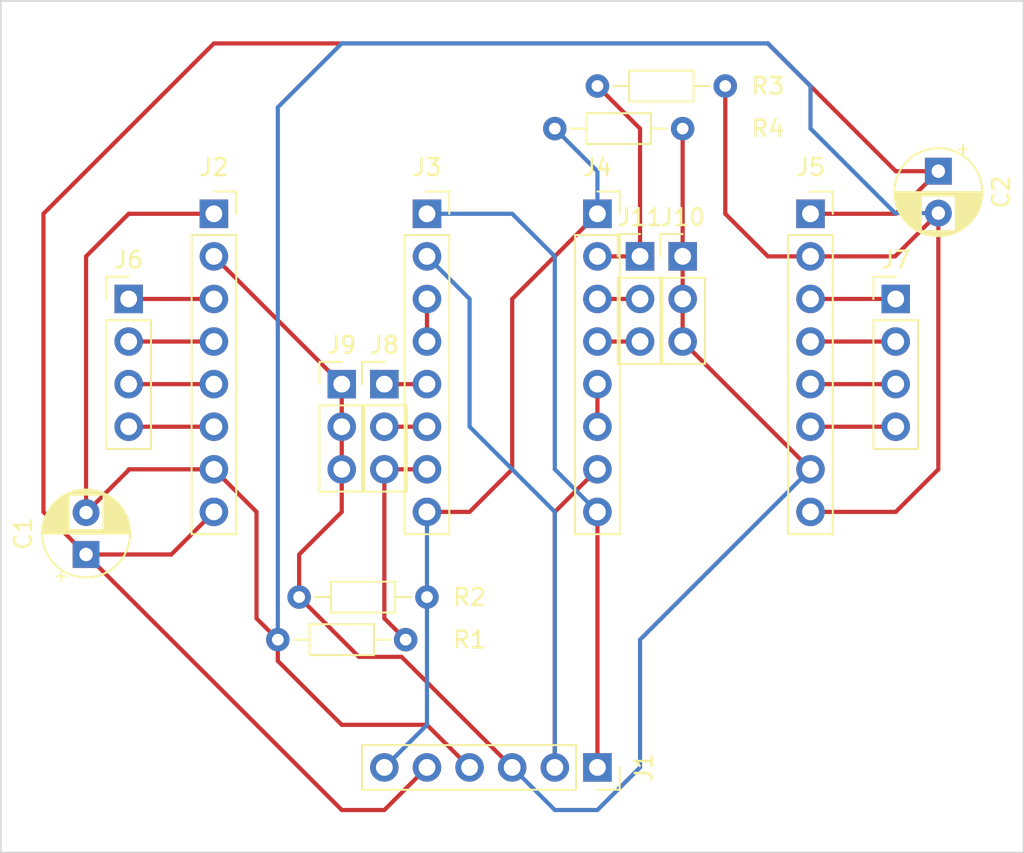
<source format=kicad_pcb>
(kicad_pcb (version 20211014) (generator pcbnew)
  (layers (0 "F.Cu" signal) (31 "B.Cu" signal) (34 "B.Paste" user) (35 "F.Paste" user) (36 "B.SilkS" user "B.Silkscreen") (37 "F.SilkS" user "F.Silkscreen") (38 "B.Mask" user) (39 "F.Mask" user) (44 "Edge.Cuts" user))
  (net 0 "")
  (net 1 "12V")
  (net 2 "GND")
  (net 3 "DIR")
  (net 4 "STEP")
  (net 5 "3.3V")
  (net 6 "ENABLE")
  (net 7 "Net-(J2-Pad3)")
  (net 8 "Net-(J2-Pad4)")
  (net 9 "Net-(J2-Pad5)")
  (net 10 "Net-(J2-Pad6)")
  (net 11 "Net-(J3-Pad3)")
  (net 12 "Net-(J3-Pad5)")
  (net 13 "Net-(J3-Pad6)")
  (net 14 "Net-(J8-Pad3)")
  (net 15 "Net-(R3-Pad2)")
  (net 16 "Net-(J11-Pad2)")
  (net 17 "Net-(J11-Pad3)")
  (net 18 "Net-(J4-Pad5)")
  (net 19 "Net-(J5-Pad3)")
  (net 20 "Net-(J5-Pad4)")
  (net 21 "Net-(J5-Pad5)")
  (net 22 "Net-(J5-Pad6)")
  (footprint "Connector_PinSocket_2.54mm:PinSocket_1x08_P2.54mm_Vertical" (layer "F.Cu") (at 129.54 99.06)
    (fp_text reference "J3" (at 0 -2.77) (layer "F.SilkS"))
    (fp_text value "Conn_01x08")
    (fp_line (start 0 -1.33) (end 1.33 -1.33) (layer "F.SilkS") (width 0.12))
    (fp_line (start -1.33 19.11) (end 1.33 19.11) (layer "F.SilkS") (width 0.12))
    (fp_line (start -1.33 1.27) (end 1.33 1.27) (layer "F.SilkS") (width 0.12))
    (fp_line (start -1.33 1.27) (end -1.33 19.11) (layer "F.SilkS") (width 0.12))
    (fp_line (start 1.33 1.27) (end 1.33 19.11) (layer "F.SilkS") (width 0.12))
    (fp_line (start 1.33 -1.33) (end 1.33 0) (layer "F.SilkS") (width 0.12))
    (pad "1" thru_hole rect (at 0 0) (size 1.7 1.7) (drill 1) (layers *.Cu *.Mask) (net 3 "DIR"))
    (pad "2" thru_hole oval (at 0 2.54) (size 1.7 1.7) (drill 1) (layers *.Cu *.Mask) (net 4 "STEP"))
    (pad "3" thru_hole oval (at 0 5.08) (size 1.7 1.7) (drill 1) (layers *.Cu *.Mask) (net 11 "Net-(J3-Pad3)"))
    (pad "4" thru_hole oval (at 0 7.62) (size 1.7 1.7) (drill 1) (layers *.Cu *.Mask) (net 11 "Net-(J3-Pad3)"))
    (pad "5" thru_hole oval (at 0 10.16) (size 1.7 1.7) (drill 1) (layers *.Cu *.Mask) (net 12 "Net-(J3-Pad5)"))
    (pad "6" thru_hole oval (at 0 12.7) (size 1.7 1.7) (drill 1) (layers *.Cu *.Mask) (net 13 "Net-(J3-Pad6)"))
    (pad "7" thru_hole oval (at 0 15.24) (size 1.7 1.7) (drill 1) (layers *.Cu *.Mask) (net 14 "Net-(J8-Pad3)"))
    (pad "8" thru_hole oval (at 0 17.78) (size 1.7 1.7) (drill 1) (layers *.Cu *.Mask) (net 6 "ENABLE"))
  )
  (footprint "Connector_PinHeader_2.54mm:PinHeader_1x03_P2.54mm_Vertical" (layer "F.Cu") (at 144.78 101.6)
    (fp_text reference "J10" (at 0 -2.33) (layer "F.SilkS"))
    (fp_text value "Conn_01x03")
    (fp_line (start -1.33 1.27) (end 1.33 1.27) (layer "F.SilkS") (width 0.12))
    (fp_line (start -1.33 0) (end -1.33 -1.33) (layer "F.SilkS") (width 0.12))
    (fp_line (start -1.33 -1.33) (end 0 -1.33) (layer "F.SilkS") (width 0.12))
    (fp_line (start -1.33 6.41) (end 1.33 6.41) (layer "F.SilkS") (width 0.12))
    (fp_line (start -1.33 1.27) (end -1.33 6.41) (layer "F.SilkS") (width 0.12))
    (fp_line (start 1.33 1.27) (end 1.33 6.41) (layer "F.SilkS") (width 0.12))
    (pad "1" thru_hole rect (at 0 0) (size 1.7 1.7) (drill 1) (layers *.Cu *.Mask) (net 5 "3.3V"))
    (pad "2" thru_hole oval (at 0 2.54) (size 1.7 1.7) (drill 1) (layers *.Cu *.Mask) (net 5 "3.3V"))
    (pad "3" thru_hole oval (at 0 5.08) (size 1.7 1.7) (drill 1) (layers *.Cu *.Mask) (net 5 "3.3V"))
  )
  (footprint "Resistor_THT:R_Axial_DIN0204_L3.6mm_D1.6mm_P7.62mm_Horizontal" (layer "F.Cu") (at 128.27 124.46 180)
    (fp_text reference "R1" (at -3.81 0 180) (layer "F.SilkS"))
    (fp_text value "100k")
    (fp_line (start 6.68 0) (end 5.73 0) (layer "F.SilkS") (width 0.12))
    (fp_line (start 5.73 -0.92) (end 1.89 -0.92) (layer "F.SilkS") (width 0.12))
    (fp_line (start 1.89 -0.92) (end 1.89 0.92) (layer "F.SilkS") (width 0.12))
    (fp_line (start 1.89 0.92) (end 5.73 0.92) (layer "F.SilkS") (width 0.12))
    (fp_line (start 5.73 0.92) (end 5.73 -0.92) (layer "F.SilkS") (width 0.12))
    (fp_line (start 0.94 0) (end 1.89 0) (layer "F.SilkS") (width 0.12))
    (pad "1" thru_hole circle (at 0 0 180) (size 1.4 1.4) (drill 0.7) (layers *.Cu *.Mask) (net 14 "Net-(J8-Pad3)"))
    (pad "2" thru_hole oval (at 7.62 0 180) (size 1.4 1.4) (drill 0.7) (layers *.Cu *.Mask) (net 2 "GND"))
  )
  (footprint "Connector_PinSocket_2.54mm:PinSocket_1x06_P2.54mm_Vertical" (layer "F.Cu") (at 139.7 132.08 -90)
    (fp_text reference "J1" (at 0 -2.77 90) (layer "F.SilkS"))
    (fp_text value "Conn_01x06")
    (fp_line (start -1.33 1.27) (end 1.33 1.27) (layer "F.SilkS") (width 0.12))
    (fp_line (start 0 -1.33) (end 1.33 -1.33) (layer "F.SilkS") (width 0.12))
    (fp_line (start -1.33 1.27) (end -1.33 14.03) (layer "F.SilkS") (width 0.12))
    (fp_line (start -1.33 14.03) (end 1.33 14.03) (layer "F.SilkS") (width 0.12))
    (fp_line (start 1.33 1.27) (end 1.33 14.03) (layer "F.SilkS") (width 0.12))
    (fp_line (start 1.33 -1.33) (end 1.33 0) (layer "F.SilkS") (width 0.12))
    (pad "1" thru_hole rect (at 0 0 270) (size 1.7 1.7) (drill 1) (layers *.Cu *.Mask) (net 3 "DIR"))
    (pad "2" thru_hole oval (at 0 2.54 270) (size 1.7 1.7) (drill 1) (layers *.Cu *.Mask) (net 4 "STEP"))
    (pad "3" thru_hole oval (at 0 5.08 270) (size 1.7 1.7) (drill 1) (layers *.Cu *.Mask) (net 5 "3.3V"))
    (pad "4" thru_hole oval (at 0 7.62 270) (size 1.7 1.7) (drill 1) (layers *.Cu *.Mask) (net 2 "GND"))
    (pad "5" thru_hole oval (at 0 10.16 270) (size 1.7 1.7) (drill 1) (layers *.Cu *.Mask) (net 1 "12V"))
    (pad "6" thru_hole oval (at 0 12.7 270) (size 1.7 1.7) (drill 1) (layers *.Cu *.Mask) (net 6 "ENABLE"))
  )
  (footprint "Capacitor_THT:CP_Radial_D5.0mm_P2.50mm" (layer "F.Cu") (at 160.02 96.52 -90)
    (fp_text reference "C2" (at 1.25 -3.75 90) (layer "F.SilkS"))
    (fp_text value "100uF")
    (fp_line (start 3.531 -1.251) (end 3.531 -1.04) (layer "F.SilkS") (width 0.12))
    (fp_line (start 2.091 -2.442) (end 2.091 -1.04) (layer "F.SilkS") (width 0.12))
    (fp_line (start 2.811 1.04) (end 2.811 2.065) (layer "F.SilkS") (width 0.12))
    (fp_line (start 1.73 -2.536) (end 1.73 -1.04) (layer "F.SilkS") (width 0.12))
    (fp_line (start 1.81 -2.52) (end 1.81 -1.04) (layer "F.SilkS") (width 0.12))
    (fp_line (start 1.85 -2.511) (end 1.85 -1.04) (layer "F.SilkS") (width 0.12))
    (fp_line (start 3.411 1.04) (end 3.411 1.443) (layer "F.SilkS") (width 0.12))
    (fp_line (start 2.851 1.04) (end 2.851 2.035) (layer "F.SilkS") (width 0.12))
    (fp_line (start -1.304775 -1.725) (end -1.304775 -1.225) (layer "F.SilkS") (width 0.12))
    (fp_line (start 2.731 -2.122) (end 2.731 -1.04) (layer "F.SilkS") (width 0.12))
    (fp_line (start 1.61 1.04) (end 1.61 2.556) (layer "F.SilkS") (width 0.12))
    (fp_line (start 3.451 1.04) (end 3.451 1.383) (layer "F.SilkS") (width 0.12))
    (fp_line (start 1.89 -2.501) (end 1.89 -1.04) (layer "F.SilkS") (width 0.12))
    (fp_line (start 2.411 -2.31) (end 2.411 -1.04) (layer "F.SilkS") (width 0.12))
    (fp_line (start 3.091 1.04) (end 3.091 1.826) (layer "F.SilkS") (width 0.12))
    (fp_line (start 1.41 -2.576) (end 1.41 2.576) (layer "F.SilkS") (width 0.12))
    (fp_line (start 3.691 -0.915) (end 3.691 0.915) (layer "F.SilkS") (width 0.12))
    (fp_line (start 2.651 -2.175) (end 2.651 -1.04) (layer "F.SilkS") (width 0.12))
    (fp_line (start 3.211 -1.699) (end 3.211 -1.04) (layer "F.SilkS") (width 0.12))
    (fp_line (start 1.25 -2.58) (end 1.25 2.58) (layer "F.SilkS") (width 0.12))
    (fp_line (start 2.771 -2.095) (end 2.771 -1.04) (layer "F.SilkS") (width 0.12))
    (fp_line (start 1.77 -2.528) (end 1.77 -1.04) (layer "F.SilkS") (width 0.12))
    (fp_line (start 2.931 1.04) (end 2.931 1.971) (layer "F.SilkS") (width 0.12))
    (fp_line (start 1.971 1.04) (end 1.971 2.48) (layer "F.SilkS") (width 0.12))
    (fp_line (start 2.331 1.04) (end 2.331 2.348) (layer "F.SilkS") (width 0.12))
    (fp_line (start 1.81 1.04) (end 1.81 2.52) (layer "F.SilkS") (width 0.12))
    (fp_line (start 1.89 1.04) (end 1.89 2.501) (layer "F.SilkS") (width 0.12))
    (fp_line (start 2.371 -2.329) (end 2.371 -1.04) (layer "F.SilkS") (width 0.12))
    (fp_line (start 3.291 -1.605) (end 3.291 -1.04) (layer "F.SilkS") (width 0.12))
    (fp_line (start 3.611 -1.098) (end 3.611 1.098) (layer "F.SilkS") (width 0.12))
    (fp_line (start 2.011 -2.468) (end 2.011 -1.04) (layer "F.SilkS") (width 0.12))
    (fp_line (start 2.211 -2.398) (end 2.211 -1.04) (layer "F.SilkS") (width 0.12))
    (fp_line (start 1.85 1.04) (end 1.85 2.511) (layer "F.SilkS") (width 0.12))
    (fp_line (start 2.411 1.04) (end 2.411 2.31) (layer "F.SilkS") (width 0.12))
    (fp_line (start 2.171 1.04) (end 2.171 2.414) (layer "F.SilkS") (width 0.12))
    (fp_line (start 2.611 1.04) (end 2.611 2.2) (layer "F.SilkS") (width 0.12))
    (fp_line (start 2.851 -2.035) (end 2.851 -1.04) (layer "F.SilkS") (width 0.12))
    (fp_line (start 2.891 1.04) (end 2.891 2.004) (layer "F.SilkS") (width 0.12))
    (fp_line (start 3.011 -1.901) (end 3.011 -1.04) (layer "F.SilkS") (width 0.12))
    (fp_line (start 1.69 1.04) (end 1.69 2.543) (layer "F.SilkS") (width 0.12))
    (fp_line (start 2.771 1.04) (end 2.771 2.095) (layer "F.SilkS") (width 0.12))
    (fp_line (start 2.451 1.04) (end 2.451 2.29) (layer "F.SilkS") (width 0.12))
    (fp_line (start 2.251 -2.382) (end 2.251 -1.04) (layer "F.SilkS") (width 0.12))
    (fp_line (start 3.771 -0.677) (end 3.771 0.677) (layer "F.SilkS") (width 0.12))
    (fp_line (start 1.53 1.04) (end 1.53 2.565) (layer "F.SilkS") (width 0.12))
    (fp_line (start 1.65 -2.55) (end 1.65 -1.04) (layer "F.SilkS") (width 0.12))
    (fp_line (start 1.93 -2.491) (end 1.93 -1.04) (layer "F.SilkS") (width 0.12))
    (fp_line (start 2.011 1.04) (end 2.011 2.468) (layer "F.SilkS") (width 0.12))
    (fp_line (start 1.61 -2.556) (end 1.61 -1.04) (layer "F.SilkS") (width 0.12))
    (fp_line (start 2.371 1.04) (end 2.371 2.329) (layer "F.SilkS") (width 0.12))
    (fp_line (start 3.331 1.04) (end 3.331 1.554) (layer "F.SilkS") (width 0.12))
    (fp_line (start 3.091 -1.826) (end 3.091 -1.04) (layer "F.SilkS") (width 0.12))
    (fp_line (start 2.971 -1.937) (end 2.971 -1.04) (layer "F.SilkS") (width 0.12))
    (fp_line (start 1.69 -2.543) (end 1.69 -1.04) (layer "F.SilkS") (width 0.12))
    (fp_line (start 3.051 -1.864) (end 3.051 -1.04) (layer "F.SilkS") (width 0.12))
    (fp_line (start 2.131 1.04) (end 2.131 2.428) (layer "F.SilkS") (width 0.12))
    (fp_line (start 3.571 -1.178) (end 3.571 1.178) (layer "F.SilkS") (width 0.12))
    (fp_line (start 1.65 1.04) (end 1.65 2.55) (layer "F.SilkS") (width 0.12))
    (fp_line (start 2.811 -2.065) (end 2.811 -1.04) (layer "F.SilkS") (width 0.12))
    (fp_line (start 3.251 -1.653) (end 3.251 -1.04) (layer "F.SilkS") (width 0.12))
    (fp_line (start 1.37 -2.578) (end 1.37 2.578) (layer "F.SilkS") (width 0.12))
    (fp_line (start 3.011 1.04) (end 3.011 1.901) (layer "F.SilkS") (width 0.12))
    (fp_line (start 3.291 1.04) (end 3.291 1.605) (layer "F.SilkS") (width 0.12))
    (fp_line (start 3.811 -0.518) (end 3.811 0.518) (layer "F.SilkS") (width 0.12))
    (fp_line (start 2.891 -2.004) (end 2.891 -1.04) (layer "F.SilkS") (width 0.12))
    (fp_line (start 3.371 -1.5) (end 3.371 -1.04) (layer "F.SilkS") (width 0.12))
    (fp_line (start 3.331 -1.554) (end 3.331 -1.04) (layer "F.SilkS") (width 0.12))
    (fp_line (start 1.45 -2.573) (end 1.45 2.573) (layer "F.SilkS") (width 0.12))
    (fp_line (start 2.051 -2.455) (end 2.051 -1.04) (layer "F.SilkS") (width 0.12))
    (fp_line (start 1.33 -2.579) (end 1.33 2.579) (layer "F.SilkS") (width 0.12))
    (fp_line (start 2.611 -2.2) (end 2.611 -1.04) (layer "F.SilkS") (width 0.12))
    (fp_line (start 3.371 1.04) (end 3.371 1.5) (layer "F.SilkS") (width 0.12))
    (fp_line (start 2.171 -2.414) (end 2.171 -1.04) (layer "F.SilkS") (width 0.12))
    (fp_line (start 2.531 -2.247) (end 2.531 -1.04) (layer "F.SilkS") (width 0.12))
    (fp_line (start 2.971 1.04) (end 2.971 1.937) (layer "F.SilkS") (width 0.12))
    (fp_line (start 3.731 -0.805) (end 3.731 0.805) (layer "F.SilkS") (width 0.12))
    (fp_line (start 2.491 -2.268) (end 2.491 -1.04) (layer "F.SilkS") (width 0.12))
    (fp_line (start 2.291 -2.365) (end 2.291 -1.04) (layer "F.SilkS") (width 0.12))
    (fp_line (start 3.171 1.04) (end 3.171 1.743) (layer "F.SilkS") (width 0.12))
    (fp_line (start 3.651 -1.011) (end 3.651 1.011) (layer "F.SilkS") (width 0.12))
    (fp_line (start 3.211 1.04) (end 3.211 1.699) (layer "F.SilkS") (width 0.12))
    (fp_line (start 3.171 -1.743) (end 3.171 -1.04) (layer "F.SilkS") (width 0.12))
    (fp_line (start 3.131 -1.785) (end 3.131 -1.04) (layer "F.SilkS") (width 0.12))
    (fp_line (start 1.53 -2.565) (end 1.53 -1.04) (layer "F.SilkS") (width 0.12))
    (fp_line (start 3.251 1.04) (end 3.251 1.653) (layer "F.SilkS") (width 0.12))
    (fp_line (start 3.531 1.04) (end 3.531 1.251) (layer "F.SilkS") (width 0.12))
    (fp_line (start 2.331 -2.348) (end 2.331 -1.04) (layer "F.SilkS") (width 0.12))
    (fp_line (start -1.554775 -1.475) (end -1.054775 -1.475) (layer "F.SilkS") (width 0.12))
    (fp_line (start 2.211 1.04) (end 2.211 2.398) (layer "F.SilkS") (width 0.12))
    (fp_line (start 2.131 -2.428) (end 2.131 -1.04) (layer "F.SilkS") (width 0.12))
    (fp_line (start 2.451 -2.29) (end 2.451 -1.04) (layer "F.SilkS") (width 0.12))
    (fp_line (start 3.051 1.04) (end 3.051 1.864) (layer "F.SilkS") (width 0.12))
    (fp_line (start 1.73 1.04) (end 1.73 2.536) (layer "F.SilkS") (width 0.12))
    (fp_line (start 2.571 -2.224) (end 2.571 -1.04) (layer "F.SilkS") (width 0.12))
    (fp_line (start 3.491 -1.319) (end 3.491 -1.04) (layer "F.SilkS") (width 0.12))
    (fp_line (start 1.57 -2.561) (end 1.57 -1.04) (layer "F.SilkS") (width 0.12))
    (fp_line (start 3.851 -0.284) (end 3.851 0.284) (layer "F.SilkS") (width 0.12))
    (fp_line (start 3.491 1.04) (end 3.491 1.319) (layer "F.SilkS") (width 0.12))
    (fp_line (start 2.691 1.04) (end 2.691 2.149) (layer "F.SilkS") (width 0.12))
    (fp_line (start 1.49 -2.569) (end 1.49 -1.04) (layer "F.SilkS") (width 0.12))
    (fp_line (start 3.131 1.04) (end 3.131 1.785) (layer "F.SilkS") (width 0.12))
    (fp_line (start 2.091 1.04) (end 2.091 2.442) (layer "F.SilkS") (width 0.12))
    (fp_line (start 2.651 1.04) (end 2.651 2.175) (layer "F.SilkS") (width 0.12))
    (fp_line (start 2.691 -2.149) (end 2.691 -1.04) (layer "F.SilkS") (width 0.12))
    (fp_line (start 1.971 -2.48) (end 1.971 -1.04) (layer "F.SilkS") (width 0.12))
    (fp_line (start 2.571 1.04) (end 2.571 2.224) (layer "F.SilkS") (width 0.12))
    (fp_line (start 3.411 -1.443) (end 3.411 -1.04) (layer "F.SilkS") (width 0.12))
    (fp_line (start 2.051 1.04) (end 2.051 2.455) (layer "F.SilkS") (width 0.12))
    (fp_line (start 2.531 1.04) (end 2.531 2.247) (layer "F.SilkS") (width 0.12))
    (fp_line (start 2.491 1.04) (end 2.491 2.268) (layer "F.SilkS") (width 0.12))
    (fp_line (start 1.77 1.04) (end 1.77 2.528) (layer "F.SilkS") (width 0.12))
    (fp_line (start 2.291 1.04) (end 2.291 2.365) (layer "F.SilkS") (width 0.12))
    (fp_line (start 2.251 1.04) (end 2.251 2.382) (layer "F.SilkS") (width 0.12))
    (fp_line (start 1.49 1.04) (end 1.49 2.569) (layer "F.SilkS") (width 0.12))
    (fp_line (start 2.931 -1.971) (end 2.931 -1.04) (layer "F.SilkS") (width 0.12))
    (fp_line (start 3.451 -1.383) (end 3.451 -1.04) (layer "F.SilkS") (width 0.12))
    (fp_line (start 1.57 1.04) (end 1.57 2.561) (layer "F.SilkS") (width 0.12))
    (fp_line (start 1.93 1.04) (end 1.93 2.491) (layer "F.SilkS") (width 0.12))
    (fp_line (start 1.29 -2.58) (end 1.29 2.58) (layer "F.SilkS") (width 0.12))
    (fp_line (start 2.731 1.04) (end 2.731 2.122) (layer "F.SilkS") (width 0.12))
    (fp_circle (center 1.25 0) (end 3.87 0) (layer "F.SilkS") (width 0.12) (fill none))
    (pad "1" thru_hole rect (at 0 0 270) (size 1.6 1.6) (drill 0.8) (layers *.Cu *.Mask) (net 1 "12V"))
    (pad "2" thru_hole circle (at 2.5 0 270) (size 1.6 1.6) (drill 0.8) (layers *.Cu *.Mask) (net 2 "GND"))
  )
  (footprint "Connector_PinHeader_2.54mm:PinHeader_1x03_P2.54mm_Vertical" (layer "F.Cu") (at 124.46 109.22)
    (fp_text reference "J9" (at 0 -2.33) (layer "F.SilkS"))
    (fp_text value "Conn_01x03")
    (fp_line (start -1.33 1.27) (end -1.33 6.41) (layer "F.SilkS") (width 0.12))
    (fp_line (start 1.33 1.27) (end 1.33 6.41) (layer "F.SilkS") (width 0.12))
    (fp_line (start -1.33 6.41) (end 1.33 6.41) (layer "F.SilkS") (width 0.12))
    (fp_line (start -1.33 0) (end -1.33 -1.33) (layer "F.SilkS") (width 0.12))
    (fp_line (start -1.33 1.27) (end 1.33 1.27) (layer "F.SilkS") (width 0.12))
    (fp_line (start -1.33 -1.33) (end 0 -1.33) (layer "F.SilkS") (width 0.12))
    (pad "1" thru_hole rect (at 0 0) (size 1.7 1.7) (drill 1) (layers *.Cu *.Mask) (net 5 "3.3V"))
    (pad "2" thru_hole oval (at 0 2.54) (size 1.7 1.7) (drill 1) (layers *.Cu *.Mask) (net 5 "3.3V"))
    (pad "3" thru_hole oval (at 0 5.08) (size 1.7 1.7) (drill 1) (layers *.Cu *.Mask) (net 5 "3.3V"))
  )
  (footprint "Resistor_THT:R_Axial_DIN0204_L3.6mm_D1.6mm_P7.62mm_Horizontal" (layer "F.Cu") (at 144.78 93.98 180)
    (fp_text reference "R4" (at -5.08 0 180) (layer "F.SilkS"))
    (fp_text value "10k")
    (fp_line (start 1.89 0.92) (end 5.73 0.92) (layer "F.SilkS") (width 0.12))
    (fp_line (start 0.94 0) (end 1.89 0) (layer "F.SilkS") (width 0.12))
    (fp_line (start 1.89 -0.92) (end 1.89 0.92) (layer "F.SilkS") (width 0.12))
    (fp_line (start 5.73 0.92) (end 5.73 -0.92) (layer "F.SilkS") (width 0.12))
    (fp_line (start 6.68 0) (end 5.73 0) (layer "F.SilkS") (width 0.12))
    (fp_line (start 5.73 -0.92) (end 1.89 -0.92) (layer "F.SilkS") (width 0.12))
    (pad "1" thru_hole circle (at 0 0 180) (size 1.4 1.4) (drill 0.7) (layers *.Cu *.Mask) (net 5 "3.3V"))
    (pad "2" thru_hole oval (at 7.62 0 180) (size 1.4 1.4) (drill 0.7) (layers *.Cu *.Mask) (net 6 "ENABLE"))
  )
  (footprint "Connector_PinSocket_2.54mm:PinSocket_1x08_P2.54mm_Vertical" (layer "F.Cu") (at 152.4 99.06)
    (fp_text reference "J5" (at 0 -2.77) (layer "F.SilkS"))
    (fp_text value "Conn_01x08")
    (fp_line (start 1.33 -1.33) (end 1.33 0) (layer "F.SilkS") (width 0.12))
    (fp_line (start -1.33 1.27) (end -1.33 19.11) (layer "F.SilkS") (width 0.12))
    (fp_line (start -1.33 19.11) (end 1.33 19.11) (layer "F.SilkS") (width 0.12))
    (fp_line (start 0 -1.33) (end 1.33 -1.33) (layer "F.SilkS") (width 0.12))
    (fp_line (start -1.33 1.27) (end 1.33 1.27) (layer "F.SilkS") (width 0.12))
    (fp_line (start 1.33 1.27) (end 1.33 19.11) (layer "F.SilkS") (width 0.12))
    (pad "1" thru_hole rect (at 0 0) (size 1.7 1.7) (drill 1) (layers *.Cu *.Mask) (net 1 "12V"))
    (pad "2" thru_hole oval (at 0 2.54) (size 1.7 1.7) (drill 1) (layers *.Cu *.Mask) (net 2 "GND"))
    (pad "3" thru_hole oval (at 0 5.08) (size 1.7 1.7) (drill 1) (layers *.Cu *.Mask) (net 19 "Net-(J5-Pad3)"))
    (pad "4" thru_hole oval (at 0 7.62) (size 1.7 1.7) (drill 1) (layers *.Cu *.Mask) (net 20 "Net-(J5-Pad4)"))
    (pad "5" thru_hole oval (at 0 10.16) (size 1.7 1.7) (drill 1) (layers *.Cu *.Mask) (net 21 "Net-(J5-Pad5)"))
    (pad "6" thru_hole oval (at 0 12.7) (size 1.7 1.7) (drill 1) (layers *.Cu *.Mask) (net 22 "Net-(J5-Pad6)"))
    (pad "7" thru_hole oval (at 0 15.24) (size 1.7 1.7) (drill 1) (layers *.Cu *.Mask) (net 5 "3.3V"))
    (pad "8" thru_hole oval (at 0 17.78) (size 1.7 1.7) (drill 1) (layers *.Cu *.Mask) (net 2 "GND"))
  )
  (footprint "Resistor_THT:R_Axial_DIN0204_L3.6mm_D1.6mm_P7.62mm_Horizontal" (layer "F.Cu") (at 147.32 91.44 180)
    (fp_text reference "R3" (at -2.54 0 180) (layer "F.SilkS"))
    (fp_text value "100k")
    (fp_line (start 5.73 -0.92) (end 1.89 -0.92) (layer "F.SilkS") (width 0.12))
    (fp_line (start 0.94 0) (end 1.89 0) (layer "F.SilkS") (width 0.12))
    (fp_line (start 6.68 0) (end 5.73 0) (layer "F.SilkS") (width 0.12))
    (fp_line (start 1.89 -0.92) (end 1.89 0.92) (layer "F.SilkS") (width 0.12))
    (fp_line (start 1.89 0.92) (end 5.73 0.92) (layer "F.SilkS") (width 0.12))
    (fp_line (start 5.73 0.92) (end 5.73 -0.92) (layer "F.SilkS") (width 0.12))
    (pad "1" thru_hole circle (at 0 0 180) (size 1.4 1.4) (drill 0.7) (layers *.Cu *.Mask) (net 2 "GND"))
    (pad "2" thru_hole oval (at 7.62 0 180) (size 1.4 1.4) (drill 0.7) (layers *.Cu *.Mask) (net 15 "Net-(R3-Pad2)"))
  )
  (footprint "Connector_PinSocket_2.54mm:PinSocket_1x08_P2.54mm_Vertical" (layer "F.Cu") (at 139.7 99.06)
    (fp_text reference "J4" (at 0 -2.77) (layer "F.SilkS"))
    (fp_text value "Conn_01x08")
    (fp_line (start 1.33 1.27) (end 1.33 19.11) (layer "F.SilkS") (width 0.12))
    (fp_line (start -1.33 1.27) (end 1.33 1.27) (layer "F.SilkS") (width 0.12))
    (fp_line (start 1.33 -1.33) (end 1.33 0) (layer "F.SilkS") (width 0.12))
    (fp_line (start -1.33 19.11) (end 1.33 19.11) (layer "F.SilkS") (width 0.12))
    (fp_line (start 0 -1.33) (end 1.33 -1.33) (layer "F.SilkS") (width 0.12))
    (fp_line (start -1.33 1.27) (end -1.33 19.11) (layer "F.SilkS") (width 0.12))
    (pad "1" thru_hole rect (at 0 0) (size 1.7 1.7) (drill 1) (layers *.Cu *.Mask) (net 6 "ENABLE"))
    (pad "2" thru_hole oval (at 0 2.54) (size 1.7 1.7) (drill 1) (layers *.Cu *.Mask) (net 15 "Net-(R3-Pad2)"))
    (pad "3" thru_hole oval (at 0 5.08) (size 1.7 1.7) (drill 1) (layers *.Cu *.Mask) (net 16 "Net-(J11-Pad2)"))
    (pad "4" thru_hole oval (at 0 7.62) (size 1.7 1.7) (drill 1) (layers *.Cu *.Mask) (net 17 "Net-(J11-Pad3)"))
    (pad "5" thru_hole oval (at 0 10.16) (size 1.7 1.7) (drill 1) (layers *.Cu *.Mask) (net 18 "Net-(J4-Pad5)"))
    (pad "6" thru_hole oval (at 0 12.7) (size 1.7 1.7) (drill 1) (layers *.Cu *.Mask) (net 18 "Net-(J4-Pad5)"))
    (pad "7" thru_hole oval (at 0 15.24) (size 1.7 1.7) (drill 1) (layers *.Cu *.Mask) (net 4 "STEP"))
    (pad "8" thru_hole oval (at 0 17.78) (size 1.7 1.7) (drill 1) (layers *.Cu *.Mask) (net 3 "DIR"))
  )
  (footprint "Resistor_THT:R_Axial_DIN0204_L3.6mm_D1.6mm_P7.62mm_Horizontal" (layer "F.Cu") (at 129.54 121.92 180)
    (fp_text reference "R2" (at -2.54 0 180) (layer "F.SilkS"))
    (fp_text value "10k")
    (fp_line (start 1.89 -0.92) (end 1.89 0.92) (layer "F.SilkS") (width 0.12))
    (fp_line (start 0.94 0) (end 1.89 0) (layer "F.SilkS") (width 0.12))
    (fp_line (start 1.89 0.92) (end 5.73 0.92) (layer "F.SilkS") (width 0.12))
    (fp_line (start 5.73 0.92) (end 5.73 -0.92) (layer "F.SilkS") (width 0.12))
    (fp_line (start 6.68 0) (end 5.73 0) (layer "F.SilkS") (width 0.12))
    (fp_line (start 5.73 -0.92) (end 1.89 -0.92) (layer "F.SilkS") (width 0.12))
    (pad "1" thru_hole circle (at 0 0 180) (size 1.4 1.4) (drill 0.7) (layers *.Cu *.Mask) (net 6 "ENABLE"))
    (pad "2" thru_hole oval (at 7.62 0 180) (size 1.4 1.4) (drill 0.7) (layers *.Cu *.Mask) (net 5 "3.3V"))
  )
  (footprint "Connector_PinHeader_2.54mm:PinHeader_1x04_P2.54mm_Vertical" (layer "F.Cu") (at 111.76 104.14)
    (fp_text reference "J6" (at 0 -2.33) (layer "F.SilkS"))
    (fp_text value "Conn_01x04")
    (fp_line (start -1.33 1.27) (end 1.33 1.27) (layer "F.SilkS") (width 0.12))
    (fp_line (start 1.33 1.27) (end 1.33 8.95) (layer "F.SilkS") (width 0.12))
    (fp_line (start -1.33 8.95) (end 1.33 8.95) (layer "F.SilkS") (width 0.12))
    (fp_line (start -1.33 -1.33) (end 0 -1.33) (layer "F.SilkS") (width 0.12))
    (fp_line (start -1.33 1.27) (end -1.33 8.95) (layer "F.SilkS") (width 0.12))
    (fp_line (start -1.33 0) (end -1.33 -1.33) (layer "F.SilkS") (width 0.12))
    (pad "1" thru_hole rect (at 0 0) (size 1.7 1.7) (drill 1) (layers *.Cu *.Mask) (net 7 "Net-(J2-Pad3)"))
    (pad "2" thru_hole oval (at 0 2.54) (size 1.7 1.7) (drill 1) (layers *.Cu *.Mask) (net 8 "Net-(J2-Pad4)"))
    (pad "3" thru_hole oval (at 0 5.08) (size 1.7 1.7) (drill 1) (layers *.Cu *.Mask) (net 9 "Net-(J2-Pad5)"))
    (pad "4" thru_hole oval (at 0 7.62) (size 1.7 1.7) (drill 1) (layers *.Cu *.Mask) (net 10 "Net-(J2-Pad6)"))
  )
  (footprint "Connector_PinSocket_2.54mm:PinSocket_1x08_P2.54mm_Vertical" (layer "F.Cu") (at 116.84 99.06)
    (fp_text reference "J2" (at 0 -2.77) (layer "F.SilkS"))
    (fp_text value "Conn_01x08")
    (fp_line (start -1.33 19.11) (end 1.33 19.11) (layer "F.SilkS") (width 0.12))
    (fp_line (start 1.33 -1.33) (end 1.33 0) (layer "F.SilkS") (width 0.12))
    (fp_line (start -1.33 1.27) (end 1.33 1.27) (layer "F.SilkS") (width 0.12))
    (fp_line (start 1.33 1.27) (end 1.33 19.11) (layer "F.SilkS") (width 0.12))
    (fp_line (start -1.33 1.27) (end -1.33 19.11) (layer "F.SilkS") (width 0.12))
    (fp_line (start 0 -1.33) (end 1.33 -1.33) (layer "F.SilkS") (width 0.12))
    (pad "1" thru_hole rect (at 0 0) (size 1.7 1.7) (drill 1) (layers *.Cu *.Mask) (net 2 "GND"))
    (pad "2" thru_hole oval (at 0 2.54) (size 1.7 1.7) (drill 1) (layers *.Cu *.Mask) (net 5 "3.3V"))
    (pad "3" thru_hole oval (at 0 5.08) (size 1.7 1.7) (drill 1) (layers *.Cu *.Mask) (net 7 "Net-(J2-Pad3)"))
    (pad "4" thru_hole oval (at 0 7.62) (size 1.7 1.7) (drill 1) (layers *.Cu *.Mask) (net 8 "Net-(J2-Pad4)"))
    (pad "5" thru_hole oval (at 0 10.16) (size 1.7 1.7) (drill 1) (layers *.Cu *.Mask) (net 9 "Net-(J2-Pad5)"))
    (pad "6" thru_hole oval (at 0 12.7) (size 1.7 1.7) (drill 1) (layers *.Cu *.Mask) (net 10 "Net-(J2-Pad6)"))
    (pad "7" thru_hole oval (at 0 15.24) (size 1.7 1.7) (drill 1) (layers *.Cu *.Mask) (net 2 "GND"))
    (pad "8" thru_hole oval (at 0 17.78) (size 1.7 1.7) (drill 1) (layers *.Cu *.Mask) (net 1 "12V"))
  )
  (footprint "Connector_PinHeader_2.54mm:PinHeader_1x03_P2.54mm_Vertical" (layer "F.Cu") (at 127 109.22)
    (fp_text reference "J8" (at 0 -2.33) (layer "F.SilkS"))
    (fp_text value "Conn_01x03")
    (fp_line (start -1.33 0) (end -1.33 -1.33) (layer "F.SilkS") (width 0.12))
    (fp_line (start 1.33 1.27) (end 1.33 6.41) (layer "F.SilkS") (width 0.12))
    (fp_line (start -1.33 1.27) (end -1.33 6.41) (layer "F.SilkS") (width 0.12))
    (fp_line (start -1.33 1.27) (end 1.33 1.27) (layer "F.SilkS") (width 0.12))
    (fp_line (start -1.33 6.41) (end 1.33 6.41) (layer "F.SilkS") (width 0.12))
    (fp_line (start -1.33 -1.33) (end 0 -1.33) (layer "F.SilkS") (width 0.12))
    (pad "1" thru_hole rect (at 0 0) (size 1.7 1.7) (drill 1) (layers *.Cu *.Mask) (net 12 "Net-(J3-Pad5)"))
    (pad "2" thru_hole oval (at 0 2.54) (size 1.7 1.7) (drill 1) (layers *.Cu *.Mask) (net 13 "Net-(J3-Pad6)"))
    (pad "3" thru_hole oval (at 0 5.08) (size 1.7 1.7) (drill 1) (layers *.Cu *.Mask) (net 14 "Net-(J8-Pad3)"))
  )
  (footprint "Connector_PinHeader_2.54mm:PinHeader_1x03_P2.54mm_Vertical" (layer "F.Cu") (at 142.24 101.6)
    (fp_text reference "J11" (at 0 -2.33) (layer "F.SilkS"))
    (fp_text value "Conn_01x03")
    (fp_line (start -1.33 1.27) (end -1.33 6.41) (layer "F.SilkS") (width 0.12))
    (fp_line (start 1.33 1.27) (end 1.33 6.41) (layer "F.SilkS") (width 0.12))
    (fp_line (start -1.33 1.27) (end 1.33 1.27) (layer "F.SilkS") (width 0.12))
    (fp_line (start -1.33 6.41) (end 1.33 6.41) (layer "F.SilkS") (width 0.12))
    (fp_line (start -1.33 -1.33) (end 0 -1.33) (layer "F.SilkS") (width 0.12))
    (fp_line (start -1.33 0) (end -1.33 -1.33) (layer "F.SilkS") (width 0.12))
    (pad "1" thru_hole rect (at 0 0) (size 1.7 1.7) (drill 1) (layers *.Cu *.Mask) (net 15 "Net-(R3-Pad2)"))
    (pad "2" thru_hole oval (at 0 2.54) (size 1.7 1.7) (drill 1) (layers *.Cu *.Mask) (net 16 "Net-(J11-Pad2)"))
    (pad "3" thru_hole oval (at 0 5.08) (size 1.7 1.7) (drill 1) (layers *.Cu *.Mask) (net 17 "Net-(J11-Pad3)"))
  )
  (footprint "Capacitor_THT:CP_Radial_D5.0mm_P2.50mm" (layer "F.Cu") (at 109.22 119.38 90)
    (fp_text reference "C1" (at 1.25 -3.75 90) (layer "F.SilkS"))
    (fp_text value "100uF")
    (fp_line (start 1.49 1.04) (end 1.49 2.569) (layer "F.SilkS") (width 0.12))
    (fp_line (start 1.25 -2.58) (end 1.25 2.58) (layer "F.SilkS") (width 0.12))
    (fp_line (start 3.571 -1.178) (end 3.571 1.178) (layer "F.SilkS") (width 0.12))
    (fp_line (start 1.85 -2.511) (end 1.85 -1.04) (layer "F.SilkS") (width 0.12))
    (fp_line (start 3.371 1.04) (end 3.371 1.5) (layer "F.SilkS") (width 0.12))
    (fp_line (start 2.771 1.04) (end 2.771 2.095) (layer "F.SilkS") (width 0.12))
    (fp_line (start 3.091 -1.826) (end 3.091 -1.04) (layer "F.SilkS") (width 0.12))
    (fp_line (start 2.491 1.04) (end 2.491 2.268) (layer "F.SilkS") (width 0.12))
    (fp_line (start 1.65 1.04) (end 1.65 2.55) (layer "F.SilkS") (width 0.12))
    (fp_line (start 3.251 1.04) (end 3.251 1.653) (layer "F.SilkS") (width 0.12))
    (fp_line (start 2.051 -2.455) (end 2.051 -1.04) (layer "F.SilkS") (width 0.12))
    (fp_line (start 2.891 -2.004) (end 2.891 -1.04) (layer "F.SilkS") (width 0.12))
    (fp_line (start 2.051 1.04) (end 2.051 2.455) (layer "F.SilkS") (width 0.12))
    (fp_line (start 3.611 -1.098) (end 3.611 1.098) (layer "F.SilkS") (width 0.12))
    (fp_line (start 1.93 -2.491) (end 1.93 -1.04) (layer "F.SilkS") (width 0.12))
    (fp_line (start 3.491 1.04) (end 3.491 1.319) (layer "F.SilkS") (width 0.12))
    (fp_line (start 3.491 -1.319) (end 3.491 -1.04) (layer "F.SilkS") (width 0.12))
    (fp_line (start -1.304775 -1.725) (end -1.304775 -1.225) (layer "F.SilkS") (width 0.12))
    (fp_line (start 2.771 -2.095) (end 2.771 -1.04) (layer "F.SilkS") (width 0.12))
    (fp_line (start 1.61 1.04) (end 1.61 2.556) (layer "F.SilkS") (width 0.12))
    (fp_line (start 2.931 1.04) (end 2.931 1.971) (layer "F.SilkS") (width 0.12))
    (fp_line (start 2.651 1.04) (end 2.651 2.175) (layer "F.SilkS") (width 0.12))
    (fp_line (start 2.331 1.04) (end 2.331 2.348) (layer "F.SilkS") (width 0.12))
    (fp_line (start 3.171 1.04) (end 3.171 1.743) (layer "F.SilkS") (width 0.12))
    (fp_line (start 1.57 -2.561) (end 1.57 -1.04) (layer "F.SilkS") (width 0.12))
    (fp_line (start 1.93 1.04) (end 1.93 2.491) (layer "F.SilkS") (width 0.12))
    (fp_line (start 1.29 -2.58) (end 1.29 2.58) (layer "F.SilkS") (width 0.12))
    (fp_line (start 2.171 1.04) (end 2.171 2.414) (layer "F.SilkS") (width 0.12))
    (fp_line (start 2.371 -2.329) (end 2.371 -1.04) (layer "F.SilkS") (width 0.12))
    (fp_line (start 3.811 -0.518) (end 3.811 0.518) (layer "F.SilkS") (width 0.12))
    (fp_line (start 1.53 1.04) (end 1.53 2.565) (layer "F.SilkS") (width 0.12))
    (fp_line (start 3.651 -1.011) (end 3.651 1.011) (layer "F.SilkS") (width 0.12))
    (fp_line (start 2.091 1.04) (end 2.091 2.442) (layer "F.SilkS") (width 0.12))
    (fp_line (start 3.131 -1.785) (end 3.131 -1.04) (layer "F.SilkS") (width 0.12))
    (fp_line (start 3.291 -1.605) (end 3.291 -1.04) (layer "F.SilkS") (width 0.12))
    (fp_line (start 2.731 1.04) (end 2.731 2.122) (layer "F.SilkS") (width 0.12))
    (fp_line (start 3.251 -1.653) (end 3.251 -1.04) (layer "F.SilkS") (width 0.12))
    (fp_line (start 1.77 1.04) (end 1.77 2.528) (layer "F.SilkS") (width 0.12))
    (fp_line (start 3.411 -1.443) (end 3.411 -1.04) (layer "F.SilkS") (width 0.12))
    (fp_line (start 1.81 -2.52) (end 1.81 -1.04) (layer "F.SilkS") (width 0.12))
    (fp_line (start 1.85 1.04) (end 1.85 2.511) (layer "F.SilkS") (width 0.12))
    (fp_line (start 3.011 1.04) (end 3.011 1.901) (layer "F.SilkS") (width 0.12))
    (fp_line (start 3.411 1.04) (end 3.411 1.443) (layer "F.SilkS") (width 0.12))
    (fp_line (start 2.291 -2.365) (end 2.291 -1.04) (layer "F.SilkS") (width 0.12))
    (fp_line (start 2.251 -2.382) (end 2.251 -1.04) (layer "F.SilkS") (width 0.12))
    (fp_line (start 2.651 -2.175) (end 2.651 -1.04) (layer "F.SilkS") (width 0.12))
    (fp_line (start 2.811 -2.065) (end 2.811 -1.04) (layer "F.SilkS") (width 0.12))
    (fp_line (start 3.331 1.04) (end 3.331 1.554) (layer "F.SilkS") (width 0.12))
    (fp_line (start -1.554775 -1.475) (end -1.054775 -1.475) (layer "F.SilkS") (width 0.12))
    (fp_line (start 1.69 1.04) (end 1.69 2.543) (layer "F.SilkS") (width 0.12))
    (fp_line (start 2.531 -2.247) (end 2.531 -1.04) (layer "F.SilkS") (width 0.12))
    (fp_line (start 1.69 -2.543) (end 1.69 -1.04) (layer "F.SilkS") (width 0.12))
    (fp_line (start 3.531 1.04) (end 3.531 1.251) (layer "F.SilkS") (width 0.12))
    (fp_line (start 2.691 1.04) (end 2.691 2.149) (layer "F.SilkS") (width 0.12))
    (fp_line (start 2.131 -2.428) (end 2.131 -1.04) (layer "F.SilkS") (width 0.12))
    (fp_line (start 2.291 1.04) (end 2.291 2.365) (layer "F.SilkS") (width 0.12))
    (fp_line (start 2.091 -2.442) (end 2.091 -1.04) (layer "F.SilkS") (width 0.12))
    (fp_line (start 2.411 1.04) (end 2.411 2.31) (layer "F.SilkS") (width 0.12))
    (fp_line (start 2.371 1.04) (end 2.371 2.329) (layer "F.SilkS") (width 0.12))
    (fp_line (start 3.451 -1.383) (end 3.451 -1.04) (layer "F.SilkS") (width 0.12))
    (fp_line (start 2.451 1.04) (end 2.451 2.29) (layer "F.SilkS") (width 0.12))
    (fp_line (start 2.211 -2.398) (end 2.211 -1.04) (layer "F.SilkS") (width 0.12))
    (fp_line (start 1.61 -2.556) (end 1.61 -1.04) (layer "F.SilkS") (width 0.12))
    (fp_line (start 1.41 -2.576) (end 1.41 2.576) (layer "F.SilkS") (width 0.12))
    (fp_line (start 2.851 -2.035) (end 2.851 -1.04) (layer "F.SilkS") (width 0.12))
    (fp_line (start 2.971 1.04) (end 2.971 1.937) (layer "F.SilkS") (width 0.12))
    (fp_line (start 2.611 1.04) (end 2.611 2.2) (layer "F.SilkS") (width 0.12))
    (fp_line (start 2.131 1.04) (end 2.131 2.428) (layer "F.SilkS") (width 0.12))
    (fp_line (start 3.771 -0.677) (end 3.771 0.677) (layer "F.SilkS") (width 0.12))
    (fp_line (start 2.811 1.04) (end 2.811 2.065) (layer "F.SilkS") (width 0.12))
    (fp_line (start 3.451 1.04) (end 3.451 1.383) (layer "F.SilkS") (width 0.12))
    (fp_line (start 1.81 1.04) (end 1.81 2.52) (layer "F.SilkS") (width 0.12))
    (fp_line (start 2.011 1.04) (end 2.011 2.468) (layer "F.SilkS") (width 0.12))
    (fp_line (start 2.531 1.04) (end 2.531 2.247) (layer "F.SilkS") (width 0.12))
    (fp_line (start 1.45 -2.573) (end 1.45 2.573) (layer "F.SilkS") (width 0.12))
    (fp_line (start 3.331 -1.554) (end 3.331 -1.04) (layer "F.SilkS") (width 0.12))
    (fp_line (start 3.211 1.04) (end 3.211 1.699) (layer "F.SilkS") (width 0.12))
    (fp_line (start 2.571 -2.224) (end 2.571 -1.04) (layer "F.SilkS") (width 0.12))
    (fp_line (start 1.57 1.04) (end 1.57 2.561) (layer "F.SilkS") (width 0.12))
    (fp_line (start 2.331 -2.348) (end 2.331 -1.04) (layer "F.SilkS") (width 0.12))
    (fp_line (start 2.851 1.04) (end 2.851 2.035) (layer "F.SilkS") (width 0.12))
    (fp_line (start 3.691 -0.915) (end 3.691 0.915) (layer "F.SilkS") (width 0.12))
    (fp_line (start 3.011 -1.901) (end 3.011 -1.04) (layer "F.SilkS") (width 0.12))
    (fp_line (start 2.571 1.04) (end 2.571 2.224) (layer "F.SilkS") (width 0.12))
    (fp_line (start 3.051 1.04) (end 3.051 1.864) (layer "F.SilkS") (width 0.12))
    (fp_line (start 3.171 -1.743) (end 3.171 -1.04) (layer "F.SilkS") (width 0.12))
    (fp_line (start 1.73 -2.536) (end 1.73 -1.04) (layer "F.SilkS") (width 0.12))
    (fp_line (start 2.451 -2.29) (end 2.451 -1.04) (layer "F.SilkS") (width 0.12))
    (fp_line (start 2.731 -2.122) (end 2.731 -1.04) (layer "F.SilkS") (width 0.12))
    (fp_line (start 3.131 1.04) (end 3.131 1.785) (layer "F.SilkS") (width 0.12))
    (fp_line (start 2.611 -2.2) (end 2.611 -1.04) (layer "F.SilkS") (width 0.12))
    (fp_line (start 2.891 1.04) (end 2.891 2.004) (layer "F.SilkS") (width 0.12))
    (fp_line (start 1.33 -2.579) (end 1.33 2.579) (layer "F.SilkS") (width 0.12))
    (fp_line (start 2.971 -1.937) (end 2.971 -1.04) (layer "F.SilkS") (width 0.12))
    (fp_line (start 3.851 -0.284) (end 3.851 0.284) (layer "F.SilkS") (width 0.12))
    (fp_line (start 1.65 -2.55) (end 1.65 -1.04) (layer "F.SilkS") (width 0.12))
    (fp_line (start 3.531 -1.251) (end 3.531 -1.04) (layer "F.SilkS") (width 0.12))
    (fp_line (start 1.49 -2.569) (end 1.49 -1.04) (layer "F.SilkS") (width 0.12))
    (fp_line (start 2.171 -2.414) (end 2.171 -1.04) (layer "F.SilkS") (width 0.12))
    (fp_line (start 1.77 -2.528) (end 1.77 -1.04) (layer "F.SilkS") (width 0.12))
    (fp_line (start 3.731 -0.805) (end 3.731 0.805) (layer "F.SilkS") (width 0.12))
    (fp_line (start 2.411 -2.31) (end 2.411 -1.04) (layer "F.SilkS") (width 0.12))
    (fp_line (start 1.971 -2.48) (end 1.971 -1.04) (layer "F.SilkS") (width 0.12))
    (fp_line (start 2.931 -1.971) (end 2.931 -1.04) (layer "F.SilkS") (width 0.12))
    (fp_line (start 2.691 -2.149) (end 2.691 -1.04) (layer "F.SilkS") (width 0.12))
    (fp_line (start 3.051 -1.864) (end 3.051 -1.04) (layer "F.SilkS") (width 0.12))
    (fp_line (start 1.37 -2.578) (end 1.37 2.578) (layer "F.SilkS") (width 0.12))
    (fp_line (start 1.89 1.04) (end 1.89 2.501) (layer "F.SilkS") (width 0.12))
    (fp_line (start 2.251 1.04) (end 2.251 2.382) (layer "F.SilkS") (width 0.12))
    (fp_line (start 2.491 -2.268) (end 2.491 -1.04) (layer "F.SilkS") (width 0.12))
    (fp_line (start 1.971 1.04) (end 1.971 2.48) (layer "F.SilkS") (width 0.12))
    (fp_line (start 1.73 1.04) (end 1.73 2.536) (layer "F.SilkS") (width 0.12))
    (fp_line (start 2.211 1.04) (end 2.211 2.398) (layer "F.SilkS") (width 0.12))
    (fp_line (start 2.011 -2.468) (end 2.011 -1.04) (layer "F.SilkS") (width 0.12))
    (fp_line (start 3.091 1.04) (end 3.091 1.826) (layer "F.SilkS") (width 0.12))
    (fp_line (start 1.53 -2.565) (end 1.53 -1.04) (layer "F.SilkS") (width 0.12))
    (fp_line (start 1.89 -2.501) (end 1.89 -1.04) (layer "F.SilkS") (width 0.12))
    (fp_line (start 3.211 -1.699) (end 3.211 -1.04) (layer "F.SilkS") (width 0.12))
    (fp_line (start 3.371 -1.5) (end 3.371 -1.04) (layer "F.SilkS") (width 0.12))
    (fp_line (start 3.291 1.04) (end 3.291 1.605) (layer "F.SilkS") (width 0.12))
    (fp_circle (center 1.25 0) (end 3.87 0) (layer "F.SilkS") (width 0.12) (fill none))
    (pad "1" thru_hole rect (at 0 0 90) (size 1.6 1.6) (drill 0.8) (layers *.Cu *.Mask) (net 1 "12V"))
    (pad "2" thru_hole circle (at 2.5 0 90) (size 1.6 1.6) (drill 0.8) (layers *.Cu *.Mask) (net 2 "GND"))
  )
  (footprint "Connector_PinHeader_2.54mm:PinHeader_1x04_P2.54mm_Vertical" (layer "F.Cu") (at 157.48 104.14)
    (fp_text reference "J7" (at 0 -2.33) (layer "F.SilkS"))
    (fp_text value "Conn_01x04")
    (fp_line (start -1.33 0) (end -1.33 -1.33) (layer "F.SilkS") (width 0.12))
    (fp_line (start 1.33 1.27) (end 1.33 8.95) (layer "F.SilkS") (width 0.12))
    (fp_line (start -1.33 1.27) (end 1.33 1.27) (layer "F.SilkS") (width 0.12))
    (fp_line (start -1.33 -1.33) (end 0 -1.33) (layer "F.SilkS") (width 0.12))
    (fp_line (start -1.33 1.27) (end -1.33 8.95) (layer "F.SilkS") (width 0.12))
    (fp_line (start -1.33 8.95) (end 1.33 8.95) (layer "F.SilkS") (width 0.12))
    (pad "1" thru_hole rect (at 0 0) (size 1.7 1.7) (drill 1) (layers *.Cu *.Mask) (net 19 "Net-(J5-Pad3)"))
    (pad "2" thru_hole oval (at 0 2.54) (size 1.7 1.7) (drill 1) (layers *.Cu *.Mask) (net 20 "Net-(J5-Pad4)"))
    (pad "3" thru_hole oval (at 0 5.08) (size 1.7 1.7) (drill 1) (layers *.Cu *.Mask) (net 21 "Net-(J5-Pad5)"))
    (pad "4" thru_hole oval (at 0 7.62) (size 1.7 1.7) (drill 1) (layers *.Cu *.Mask) (net 22 "Net-(J5-Pad6)"))
  )
  (gr_line (start 165.1 86.36) (end 104.14 86.36) (layer "Edge.Cuts") (width 0.1))
  (gr_line (start 104.14 86.36) (end 104.14 137.16) (layer "Edge.Cuts") (width 0.1))
  (gr_line (start 104.14 137.16) (end 165.1 137.16) (layer "Edge.Cuts") (width 0.1))
  (gr_line (start 165.1 137.16) (end 165.1 86.36) (layer "Edge.Cuts") (width 0.1))
  (segment (start 157.48 99.06) (end 160.02 96.52) (width 0.25) (layer "F.Cu") (net 1))
  (segment (start 106.68 99.06) (end 106.68 116.84) (width 0.25) (layer "F.Cu") (net 1))
  (segment (start 124.46 134.62) (end 127 134.62) (width 0.25) (layer "F.Cu") (net 1))
  (segment (start 160.02 96.52) (end 157.48 96.52) (width 0.25) (layer "F.Cu") (net 1))
  (segment (start 157.48 96.52) (end 149.86 88.9) (width 0.25) (layer "F.Cu") (net 1))
  (segment (start 152.4 99.06) (end 157.48 99.06) (width 0.25) (layer "F.Cu") (net 1))
  (segment (start 116.84 88.9) (end 106.68 99.06) (width 0.25) (layer "F.Cu") (net 1))
  (segment (start 114.3 119.38) (end 116.84 116.84) (width 0.25) (layer "F.Cu") (net 1))
  (segment (start 109.22 119.38) (end 124.46 134.62) (width 0.25) (layer "F.Cu") (net 1))
  (segment (start 149.86 88.9) (end 116.84 88.9) (width 0.25) (layer "F.Cu") (net 1))
  (segment (start 109.22 119.38) (end 114.3 119.38) (width 0.25) (layer "F.Cu") (net 1))
  (segment (start 127 134.62) (end 129.54 132.08) (width 0.25) (layer "F.Cu") (net 1))
  (segment (start 106.68 116.84) (end 109.22 119.38) (width 0.25) (layer "F.Cu") (net 1))
  (segment (start 129.54 129.54) (end 124.46 129.54) (width 0.25) (layer "F.Cu") (net 2))
  (segment (start 152.4 116.84) (end 157.48 116.84) (width 0.25) (layer "F.Cu") (net 2))
  (segment (start 111.76 99.06) (end 109.22 101.6) (width 0.25) (layer "F.Cu") (net 2))
  (segment (start 149.86 101.6) (end 152.4 101.6) (width 0.25) (layer "F.Cu") (net 2))
  (segment (start 147.32 99.06) (end 149.86 101.6) (width 0.25) (layer "F.Cu") (net 2))
  (segment (start 157.44 101.6) (end 160.02 99.02) (width 0.25) (layer "F.Cu") (net 2))
  (segment (start 160.02 114.3) (end 160.02 99.02) (width 0.25) (layer "F.Cu") (net 2))
  (segment (start 116.84 114.3) (end 119.38 116.84) (width 0.25) (layer "F.Cu") (net 2))
  (segment (start 109.22 101.6) (end 109.22 116.88) (width 0.25) (layer "F.Cu") (net 2))
  (segment (start 120.65 125.73) (end 120.65 124.46) (width 0.25) (layer "F.Cu") (net 2))
  (segment (start 119.38 123.19) (end 120.65 124.46) (width 0.25) (layer "F.Cu") (net 2))
  (segment (start 119.38 116.84) (end 119.38 123.19) (width 0.25) (layer "F.Cu") (net 2))
  (segment (start 152.4 101.6) (end 157.44 101.6) (width 0.25) (layer "F.Cu") (net 2))
  (segment (start 132.08 132.08) (end 129.54 129.54) (width 0.25) (layer "F.Cu") (net 2))
  (segment (start 124.46 129.54) (end 120.65 125.73) (width 0.25) (layer "F.Cu") (net 2))
  (segment (start 111.76 114.3) (end 116.84 114.3) (width 0.25) (layer "F.Cu") (net 2))
  (segment (start 157.48 116.84) (end 160.02 114.3) (width 0.25) (layer "F.Cu") (net 2))
  (segment (start 116.84 99.06) (end 111.76 99.06) (width 0.25) (layer "F.Cu") (net 2))
  (segment (start 111.76 114.34) (end 111.76 114.3) (width 0.25) (layer "F.Cu") (net 2))
  (segment (start 109.22 116.88) (end 111.76 114.34) (width 0.25) (layer "F.Cu") (net 2))
  (segment (start 147.32 91.44) (end 147.32 99.06) (width 0.25) (layer "F.Cu") (net 2))
  (segment (start 152.4 91.44) (end 149.86 88.9) (width 0.25) (layer "B.Cu") (net 2))
  (segment (start 120.65 92.71) (end 120.65 124.46) (width 0.25) (layer "B.Cu") (net 2))
  (segment (start 157.44 99.02) (end 152.4 93.98) (width 0.25) (layer "B.Cu") (net 2))
  (segment (start 124.46 88.9) (end 120.65 92.71) (width 0.25) (layer "B.Cu") (net 2))
  (segment (start 160.02 99.02) (end 157.44 99.02) (width 0.25) (layer "B.Cu") (net 2))
  (segment (start 152.4 93.98) (end 152.4 91.44) (width 0.25) (layer "B.Cu") (net 2))
  (segment (start 149.86 88.9) (end 124.46 88.9) (width 0.25) (layer "B.Cu") (net 2))
  (segment (start 139.7 116.84) (end 139.7 132.08) (width 0.25) (layer "F.Cu") (net 3))
  (segment (start 137.16 101.6) (end 134.62 99.06) (width 0.25) (layer "B.Cu") (net 3))
  (segment (start 137.16 114.3) (end 137.16 101.6) (width 0.25) (layer "B.Cu") (net 3))
  (segment (start 139.7 116.84) (end 137.16 114.3) (width 0.25) (layer "B.Cu") (net 3))
  (segment (start 134.62 99.06) (end 129.54 99.06) (width 0.25) (layer "B.Cu") (net 3))
  (segment (start 137.16 116.84) (end 139.7 114.3) (width 0.25) (layer "F.Cu") (net 4))
  (segment (start 137.16 132.08) (end 137.16 116.84) (width 0.25) (layer "F.Cu") (net 4))
  (segment (start 134.62 114.3) (end 132.08 111.76) (width 0.25) (layer "B.Cu") (net 4))
  (segment (start 132.08 104.14) (end 129.54 101.6) (width 0.25) (layer "B.Cu") (net 4))
  (segment (start 137.16 132.08) (end 137.16 116.84) (width 0.25) (layer "B.Cu") (net 4))
  (segment (start 137.16 116.84) (end 134.62 114.3) (width 0.25) (layer "B.Cu") (net 4))
  (segment (start 132.08 111.76) (end 132.08 104.14) (width 0.25) (layer "B.Cu") (net 4))
  (segment (start 121.92 119.38) (end 124.46 116.84) (width 0.25) (layer "F.Cu") (net 5))
  (segment (start 125.484511 125.484511) (end 121.92 121.92) (width 0.25) (layer "F.Cu") (net 5))
  (segment (start 124.46 116.84) (end 124.46 114.3) (width 0.25) (layer "F.Cu") (net 5))
  (segment (start 124.46 111.76) (end 124.46 109.22) (width 0.25) (layer "F.Cu") (net 5))
  (segment (start 128.024511 125.484511) (end 125.484511 125.484511) (width 0.25) (layer "F.Cu") (net 5))
  (segment (start 144.78 101.6) (end 144.78 104.14) (width 0.25) (layer "F.Cu") (net 5))
  (segment (start 144.78 104.14) (end 144.78 106.68) (width 0.25) (layer "F.Cu") (net 5))
  (segment (start 144.78 106.68) (end 152.4 114.3) (width 0.25) (layer "F.Cu") (net 5))
  (segment (start 134.62 132.08) (end 128.024511 125.484511) (width 0.25) (layer "F.Cu") (net 5))
  (segment (start 144.78 101.6) (end 144.78 93.98) (width 0.25) (layer "F.Cu") (net 5))
  (segment (start 116.84 101.6) (end 124.46 109.22) (width 0.25) (layer "F.Cu") (net 5))
  (segment (start 124.46 114.3) (end 124.46 111.76) (width 0.25) (layer "F.Cu") (net 5))
  (segment (start 121.92 121.92) (end 121.92 119.38) (width 0.25) (layer "F.Cu") (net 5))
  (segment (start 137.16 134.62) (end 134.62 132.08) (width 0.25) (layer "B.Cu") (net 5))
  (segment (start 139.7 134.62) (end 137.16 134.62) (width 0.25) (layer "B.Cu") (net 5))
  (segment (start 142.24 124.46) (end 142.24 132.08) (width 0.25) (layer "B.Cu") (net 5))
  (segment (start 142.24 132.08) (end 139.7 134.62) (width 0.25) (layer "B.Cu") (net 5))
  (segment (start 152.4 114.3) (end 142.24 124.46) (width 0.25) (layer "B.Cu") (net 5))
  (segment (start 134.62 114.3) (end 132.08 116.84) (width 0.25) (layer "F.Cu") (net 6))
  (segment (start 139.7 99.06) (end 134.62 104.14) (width 0.25) (layer "F.Cu") (net 6))
  (segment (start 134.62 104.14) (end 134.62 114.3) (width 0.25) (layer "F.Cu") (net 6))
  (segment (start 132.08 116.84) (end 129.54 116.84) (width 0.25) (layer "F.Cu") (net 6))
  (segment (start 127 132.08) (end 129.54 129.54) (width 0.25) (layer "B.Cu") (net 6))
  (segment (start 139.7 96.52) (end 137.16 93.98) (width 0.25) (layer "B.Cu") (net 6))
  (segment (start 129.54 116.84) (end 129.54 121.92) (width 0.25) (layer "B.Cu") (net 6))
  (segment (start 129.54 129.54) (end 129.54 121.92) (width 0.25) (layer "B.Cu") (net 6))
  (segment (start 139.7 99.06) (end 139.7 96.52) (width 0.25) (layer "B.Cu") (net 6))
  (segment (start 111.76 104.14) (end 116.84 104.14) (width 0.25) (layer "F.Cu") (net 7))
  (segment (start 116.84 106.68) (end 111.76 106.68) (width 0.25) (layer "F.Cu") (net 8))
  (segment (start 116.84 109.22) (end 111.76 109.22) (width 0.25) (layer "F.Cu") (net 9))
  (segment (start 116.84 111.76) (end 111.76 111.76) (width 0.25) (layer "F.Cu") (net 10))
  (segment (start 129.54 106.68) (end 129.54 104.14) (width 0.25) (layer "F.Cu") (net 11))
  (segment (start 127 109.22) (end 129.54 109.22) (width 0.25) (layer "F.Cu") (net 12))
  (segment (start 127 111.76) (end 129.54 111.76) (width 0.25) (layer "F.Cu") (net 13))
  (segment (start 127 114.3) (end 127 123.19) (width 0.25) (layer "F.Cu") (net 14))
  (segment (start 127 123.19) (end 128.27 124.46) (width 0.25) (layer "F.Cu") (net 14))
  (segment (start 127 114.3) (end 129.54 114.3) (width 0.25) (layer "F.Cu") (net 14))
  (segment (start 139.7 91.44) (end 142.24 93.98) (width 0.25) (layer "F.Cu") (net 15))
  (segment (start 139.7 101.6) (end 142.24 101.6) (width 0.25) (layer "F.Cu") (net 15))
  (segment (start 142.24 93.98) (end 142.24 101.6) (width 0.25) (layer "F.Cu") (net 15))
  (segment (start 139.7 104.14) (end 142.24 104.14) (width 0.25) (layer "F.Cu") (net 16))
  (segment (start 142.24 106.68) (end 139.7 106.68) (width 0.25) (layer "F.Cu") (net 17))
  (segment (start 139.7 111.76) (end 139.7 109.22) (width 0.25) (layer "F.Cu") (net 18))
  (segment (start 157.48 104.14) (end 152.4 104.14) (width 0.25) (layer "F.Cu") (net 19))
  (segment (start 152.4 106.68) (end 157.48 106.68) (width 0.25) (layer "F.Cu") (net 20))
  (segment (start 157.48 109.22) (end 152.4 109.22) (width 0.25) (layer "F.Cu") (net 21))
  (segment (start 152.4 111.76) (end 157.48 111.76) (width 0.25) (layer "F.Cu") (net 22))
)
</source>
